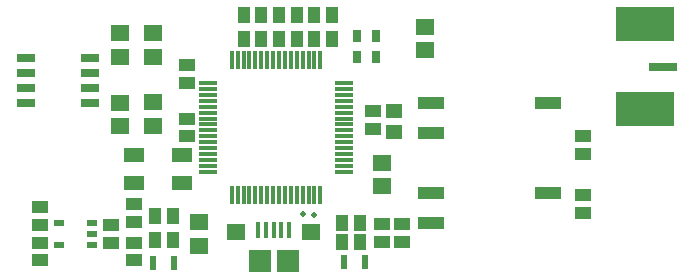
<source format=gtp>
G04*
G04 #@! TF.GenerationSoftware,Altium Limited,Altium Designer,19.1.7 (138)*
G04*
G04 Layer_Color=8421504*
%FSLAX44Y44*%
%MOMM*%
G71*
G01*
G75*
%ADD16R,1.5000X0.3000*%
%ADD17R,0.3000X1.5000*%
%ADD18R,0.9000X0.6000*%
%ADD19R,1.5250X0.6500*%
%ADD20R,1.4000X1.1500*%
%ADD21R,2.2900X1.0000*%
%ADD22R,1.1000X1.4000*%
%ADD23R,0.6000X1.2500*%
%ADD24R,4.9000X3.0000*%
%ADD25R,2.3500X0.7000*%
%ADD26R,1.8000X1.2000*%
%ADD27R,1.5000X1.4000*%
%ADD28R,1.9000X1.9000*%
%ADD29R,1.6000X1.4000*%
%ADD30R,0.4000X1.3500*%
%ADD31R,0.8000X1.0000*%
%ADD32R,1.4000X1.1000*%
%ADD33C,0.5000*%
D16*
X252500Y97500D02*
D03*
Y102500D02*
D03*
Y107500D02*
D03*
Y112500D02*
D03*
Y117500D02*
D03*
Y122500D02*
D03*
Y127500D02*
D03*
Y132500D02*
D03*
Y137500D02*
D03*
Y142500D02*
D03*
Y147500D02*
D03*
Y152500D02*
D03*
Y157500D02*
D03*
Y162500D02*
D03*
Y167500D02*
D03*
Y172500D02*
D03*
X367500D02*
D03*
Y167500D02*
D03*
Y162500D02*
D03*
Y157500D02*
D03*
Y152500D02*
D03*
Y147500D02*
D03*
Y142500D02*
D03*
Y137500D02*
D03*
Y132500D02*
D03*
Y127500D02*
D03*
Y122500D02*
D03*
Y117500D02*
D03*
Y112500D02*
D03*
Y107500D02*
D03*
Y102500D02*
D03*
Y97500D02*
D03*
D17*
X272500Y192500D02*
D03*
X277500D02*
D03*
X282500D02*
D03*
X287500D02*
D03*
X292500D02*
D03*
X297500D02*
D03*
X302500D02*
D03*
X307500D02*
D03*
X312500D02*
D03*
X317500D02*
D03*
X322500D02*
D03*
X327500D02*
D03*
X332500D02*
D03*
X337500D02*
D03*
X342500D02*
D03*
X347500D02*
D03*
Y77500D02*
D03*
X342500D02*
D03*
X337500D02*
D03*
X332500D02*
D03*
X327500D02*
D03*
X322500D02*
D03*
X317500D02*
D03*
X312500D02*
D03*
X307500D02*
D03*
X302500D02*
D03*
X297500D02*
D03*
X292500D02*
D03*
X287500D02*
D03*
X282500D02*
D03*
X277500D02*
D03*
X272500D02*
D03*
D18*
X154000Y35500D02*
D03*
Y45000D02*
D03*
Y54500D02*
D03*
X126000D02*
D03*
Y35500D02*
D03*
D19*
X97880Y155950D02*
D03*
Y168650D02*
D03*
Y181350D02*
D03*
Y194050D02*
D03*
X152120D02*
D03*
Y181350D02*
D03*
Y168650D02*
D03*
Y155950D02*
D03*
D20*
X410000Y149250D02*
D03*
Y131250D02*
D03*
D21*
X440862Y155800D02*
D03*
Y130400D02*
D03*
Y79600D02*
D03*
Y54200D02*
D03*
X539962Y79600D02*
D03*
Y155800D02*
D03*
D22*
X357500Y230000D02*
D03*
X342500D02*
D03*
X380750Y37750D02*
D03*
X365750D02*
D03*
X207500Y40000D02*
D03*
X222500D02*
D03*
X381000Y54000D02*
D03*
X366000D02*
D03*
X207500Y60000D02*
D03*
X222500D02*
D03*
X282500Y230000D02*
D03*
X297500D02*
D03*
X282500Y210000D02*
D03*
X297500D02*
D03*
X327500Y230000D02*
D03*
X312500D02*
D03*
X357500Y210000D02*
D03*
X342500D02*
D03*
X312500Y210000D02*
D03*
X327500D02*
D03*
D23*
X206000Y20000D02*
D03*
X224000D02*
D03*
X385500Y21250D02*
D03*
X367500D02*
D03*
D24*
X621999Y150749D02*
D03*
Y222249D02*
D03*
X622250Y222500D02*
D03*
Y151000D02*
D03*
D25*
X637500Y186500D02*
D03*
D26*
X190000Y88000D02*
D03*
X230000D02*
D03*
Y112000D02*
D03*
X190000D02*
D03*
D27*
X436000Y200250D02*
D03*
Y220250D02*
D03*
X400000Y105000D02*
D03*
Y85000D02*
D03*
X245000Y55000D02*
D03*
Y35000D02*
D03*
X178000Y136000D02*
D03*
Y156000D02*
D03*
X205500Y156250D02*
D03*
Y136250D02*
D03*
X178250Y194750D02*
D03*
Y214750D02*
D03*
X206000Y194750D02*
D03*
Y214750D02*
D03*
D28*
X320000Y21800D02*
D03*
X296000D02*
D03*
D29*
X340000Y46300D02*
D03*
X276000D02*
D03*
D30*
X321000Y48550D02*
D03*
X314500D02*
D03*
X308000D02*
D03*
X301500D02*
D03*
X295000D02*
D03*
D31*
X394750Y194500D02*
D03*
X378750D02*
D03*
Y212250D02*
D03*
X394750D02*
D03*
D32*
X190000Y37500D02*
D03*
Y22500D02*
D03*
X170000Y52500D02*
D03*
Y37500D02*
D03*
X110000Y67500D02*
D03*
Y52500D02*
D03*
X110000Y22500D02*
D03*
Y37500D02*
D03*
X235000Y187500D02*
D03*
Y172500D02*
D03*
X570000Y62500D02*
D03*
Y77500D02*
D03*
X399976Y38250D02*
D03*
Y53250D02*
D03*
X392000Y148500D02*
D03*
Y133500D02*
D03*
X570000Y112500D02*
D03*
Y127500D02*
D03*
X417024Y38250D02*
D03*
Y53250D02*
D03*
X189750Y55000D02*
D03*
Y70000D02*
D03*
X235000Y142500D02*
D03*
Y127500D02*
D03*
D33*
X332500Y61750D02*
D03*
X342500Y61000D02*
D03*
M02*

</source>
